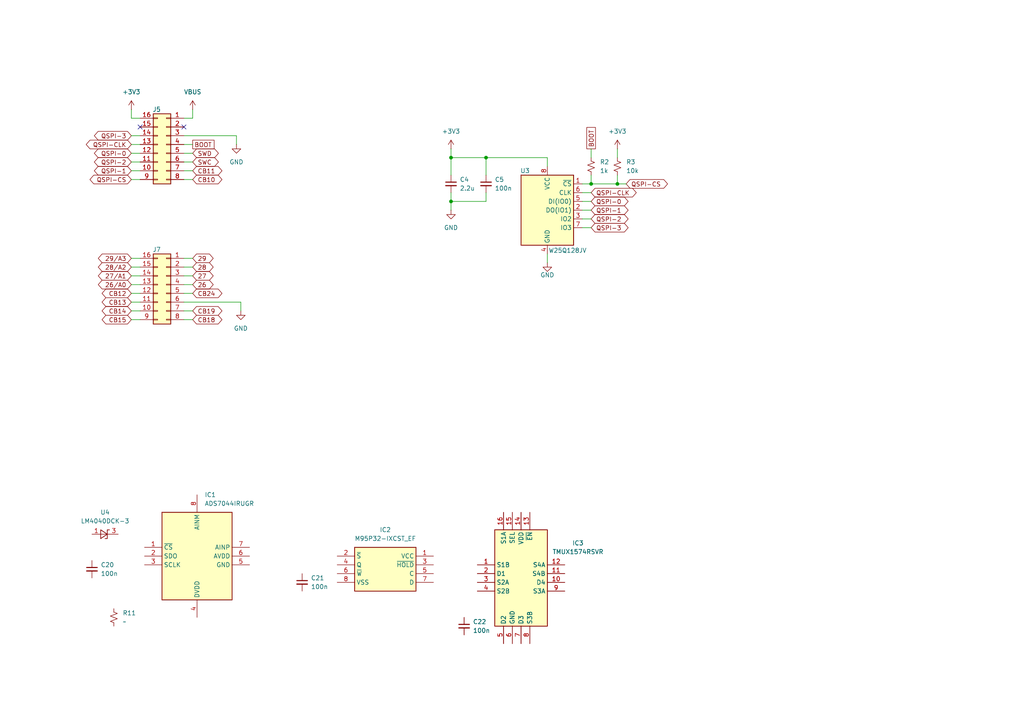
<source format=kicad_sch>
(kicad_sch (version 20231120) (generator "eeschema") (generator_version "8.0")
  (paper "A4")
  (lib_symbols
    (symbol "Connector_Generic:Conn_02x08_Counter_Clockwise" (pin_names (offset 1.016) hide)
      (property "Reference" "J" (at 1.27 10.16 0))
      (property "Value" "Conn_02x08_Counter_Clockwise" (at 1.27 -12.7 0))
      (symbol "Conn_02x08_Counter_Clockwise_1_1"
        (rectangle (start -1.27 -10.033) (end 0 -10.287) (stroke (width 0.1524)))
        (rectangle (start -1.27 -7.493) (end 0 -7.747) (stroke (width 0.1524)))
        (rectangle (start -1.27 -4.953) (end 0 -5.207) (stroke (width 0.1524)))
        (rectangle (start -1.27 -2.413) (end 0 -2.667) (stroke (width 0.1524)))
        (rectangle (start -1.27 0.127) (end 0 -0.127) (stroke (width 0.1524)))
        (rectangle (start -1.27 2.667) (end 0 2.413) (stroke (width 0.1524)))
        (rectangle (start -1.27 5.207) (end 0 4.953) (stroke (width 0.1524)))
        (rectangle (start -1.27 7.747) (end 0 7.493) (stroke (width 0.1524)))
        (rectangle (start -1.27 8.89) (end 3.81 -11.43) (stroke (width 0.254)) (fill (type background)))
        (rectangle (start 3.81 -10.033) (end 2.54 -10.287) (stroke (width 0.1524)))
        (rectangle (start 3.81 -7.493) (end 2.54 -7.747) (stroke (width 0.1524)))
        (rectangle (start 3.81 -4.953) (end 2.54 -5.207) (stroke (width 0.1524)))
        (rectangle (start 3.81 -2.413) (end 2.54 -2.667) (stroke (width 0.1524)))
        (rectangle (start 3.81 0.127) (end 2.54 -0.127) (stroke (width 0.1524)))
        (rectangle (start 3.81 2.667) (end 2.54 2.413) (stroke (width 0.1524)))
        (rectangle (start 3.81 5.207) (end 2.54 4.953) (stroke (width 0.1524)))
        (rectangle (start 3.81 7.747) (end 2.54 7.493) (stroke (width 0.1524)))
        (pin passive line (at -5.08 7.62 0) (length 3.81) (name "Pin_1") (number "1"))
        (pin passive line (at 7.62 -7.62 180) (length 3.81) (name "Pin_10") (number "10"))
        (pin passive line (at 7.62 -5.08 180) (length 3.81) (name "Pin_11") (number "11"))
        (pin passive line (at 7.62 -2.54 180) (length 3.81) (name "Pin_12") (number "12"))
        (pin passive line (at 7.62 0 180) (length 3.81) (name "Pin_13") (number "13"))
        (pin passive line (at 7.62 2.54 180) (length 3.81) (name "Pin_14") (number "14"))
        (pin passive line (at 7.62 5.08 180) (length 3.81) (name "Pin_15") (number "15"))
        (pin passive line (at 7.62 7.62 180) (length 3.81) (name "Pin_16") (number "16"))
        (pin passive line (at -5.08 5.08 0) (length 3.81) (name "Pin_2") (number "2"))
        (pin passive line (at -5.08 2.54 0) (length 3.81) (name "Pin_3") (number "3"))
        (pin passive line (at -5.08 0 0) (length 3.81) (name "Pin_4") (number "4"))
        (pin passive line (at -5.08 -2.54 0) (length 3.81) (name "Pin_5") (number "5"))
        (pin passive line (at -5.08 -5.08 0) (length 3.81) (name "Pin_6") (number "6"))
        (pin passive line (at -5.08 -7.62 0) (length 3.81) (name "Pin_7") (number "7"))
        (pin passive line (at -5.08 -10.16 0) (length 3.81) (name "Pin_8") (number "8"))
        (pin passive line (at 7.62 -10.16 180) (length 3.81) (name "Pin_9") (number "9"))
      )
    )
    (symbol "Device:C_Small" (pin_numbers hide) (pin_names (offset 0.254) hide)
      (property "Reference" "C" (at 0.254 1.778 0))
      (property "Value" "C_Small" (at 0.254 -2.032 0))
      (symbol "C_Small_0_1"
        (polyline (pts (xy -1.524 -0.508) (xy 1.524 -0.508)) (stroke (width 0.3302)))
        (polyline (pts (xy -1.524 0.508) (xy 1.524 0.508)) (stroke (width 0.3048)))
      )
      (symbol "C_Small_1_1"
        (pin passive line (at 0 2.54 270) (length 2.032) (name "~") (number "1"))
        (pin passive line (at 0 -2.54 90) (length 2.032) (name "~") (number "2"))
      )
    )
    (symbol "Device:R_Small_US" (pin_numbers hide) (pin_names (offset 0.254) hide)
      (property "Reference" "R" (at 0.762 0.508 0))
      (property "Value" "R_Small_US" (at 0.762 -1.016 0))
      (symbol "R_Small_US_1_1"
        (polyline (pts (xy 0 0) (xy 1.016 -0.381) (xy 0 -0.762) (xy -1.016 -1.143) (xy 0 -1.524)))
        (polyline (pts (xy 0 1.524) (xy 1.016 1.143) (xy 0 0.762) (xy -1.016 0.381) (xy 0 0)))
        (pin passive line (at 0 2.54 270) (length 1.016) (name "~") (number "1"))
        (pin passive line (at 0 -2.54 90) (length 1.016) (name "~") (number "2"))
      )
    )
    (symbol "Memory_Flash:W25Q128JVS"
      (property "Reference" "U" (at -8.89 8.89 0))
      (property "Value" "W25Q128JVS" (at 7.62 8.89 0))
      (symbol "W25Q128JVS_0_1"
        (rectangle (start -7.62 10.16) (end 7.62 -10.16) (stroke (width 0.254)) (fill (type background)))
      )
      (symbol "W25Q128JVS_1_1"
        (pin input line (at -10.16 7.62 0) (length 2.54) (name "~{CS}") (number "1"))
        (pin bidirectional line (at -10.16 0 0) (length 2.54) (name "DO(IO1)") (number "2"))
        (pin bidirectional line (at -10.16 -2.54 0) (length 2.54) (name "IO2") (number "3"))
        (pin power_in line (at 0 -12.7 90) (length 2.54) (name "GND") (number "4"))
        (pin bidirectional line (at -10.16 2.54 0) (length 2.54) (name "DI(IO0)") (number "5"))
        (pin input line (at -10.16 5.08 0) (length 2.54) (name "CLK") (number "6"))
        (pin bidirectional line (at -10.16 -5.08 0) (length 2.54) (name "IO3") (number "7"))
        (pin power_in line (at 0 12.7 270) (length 2.54) (name "VCC") (number "8"))
      )
    )
    (symbol "MicroPro:ADS7044IRUGR"
      (property "Reference" "IC" (at 26.67 15.24 0))
      (property "Value" "ADS7044IRUGR" (at 26.67 12.7 0))
      (symbol "ADS7044IRUGR_1_1"
        (rectangle (start 5.08 10.16) (end 25.4 -15.24) (stroke (width 0.254)) (fill (type background)))
        (pin input line (at 0 0 0) (length 5.08) (name "~{CS}") (number "1"))
        (pin passive line (at 0 -2.54 0) (length 5.08) (name "SDO") (number "2"))
        (pin input line (at 0 -5.08 0) (length 5.08) (name "SCLK") (number "3"))
        (pin power_in line (at 15.24 -20.32 90) (length 5.08) (name "DVDD") (number "4"))
        (pin power_in line (at 30.48 -5.08 180) (length 5.08) (name "GND") (number "5"))
        (pin power_in line (at 30.48 -2.54 180) (length 5.08) (name "AVDD") (number "6"))
        (pin input line (at 30.48 0 180) (length 5.08) (name "AINP") (number "7"))
        (pin input line (at 15.24 15.24 270) (length 5.08) (name "AINM") (number "8"))
      )
    )
    (symbol "MicroPro:M95P32-IXCST_EF"
      (property "Reference" "IC" (at 24.13 7.62 0))
      (property "Value" "M95P32-IXCST_EF" (at 24.13 5.08 0))
      (symbol "M95P32-IXCST_EF_1_1"
        (rectangle (start 5.08 2.54) (end 22.86 -10.16) (stroke (width 0.254)) (fill (type background)))
        (pin passive line (at 27.94 0 180) (length 5.08) (name "VCC") (number "1"))
        (pin passive line (at 0 0 0) (length 5.08) (name "~{S}") (number "2"))
        (pin passive line (at 27.94 -2.54 180) (length 5.08) (name "~{HOLD}") (number "3"))
        (pin passive line (at 0 -2.54 0) (length 5.08) (name "Q") (number "4"))
        (pin passive line (at 27.94 -5.08 180) (length 5.08) (name "C") (number "5"))
        (pin passive line (at 0 -5.08 0) (length 5.08) (name "~{W}") (number "6"))
        (pin passive line (at 27.94 -7.62 180) (length 5.08) (name "D") (number "7"))
        (pin passive line (at 0 -7.62 0) (length 5.08) (name "VSS") (number "8"))
      )
    )
    (symbol "MicroPro:TMUX1574RSVR"
      (property "Reference" "IC" (at 21.59 15.24 0))
      (property "Value" "TMUX1574RSVR" (at 21.59 12.7 0))
      (symbol "TMUX1574RSVR_1_1"
        (rectangle (start 5.08 10.16) (end 20.32 -17.78) (stroke (width 0.254)) (fill (type background)))
        (pin passive line (at 0 0 0) (length 5.08) (name "S1B") (number "1"))
        (pin passive line (at 25.4 -5.08 180) (length 5.08) (name "D4") (number "10"))
        (pin passive line (at 25.4 -2.54 180) (length 5.08) (name "S4B") (number "11"))
        (pin passive line (at 25.4 0 180) (length 5.08) (name "S4A") (number "12"))
        (pin passive line (at 15.24 15.24 270) (length 5.08) (name "~{EN}") (number "13"))
        (pin passive line (at 12.7 15.24 270) (length 5.08) (name "VDD") (number "14"))
        (pin passive line (at 10.16 15.24 270) (length 5.08) (name "SEL") (number "15"))
        (pin passive line (at 7.62 15.24 270) (length 5.08) (name "S1A") (number "16"))
        (pin passive line (at 0 -2.54 0) (length 5.08) (name "D1") (number "2"))
        (pin passive line (at 0 -5.08 0) (length 5.08) (name "S2A") (number "3"))
        (pin passive line (at 0 -7.62 0) (length 5.08) (name "S2B") (number "4"))
        (pin passive line (at 7.62 -22.86 90) (length 5.08) (name "D2") (number "5"))
        (pin passive line (at 10.16 -22.86 90) (length 5.08) (name "GND") (number "6"))
        (pin passive line (at 12.7 -22.86 90) (length 5.08) (name "D3") (number "7"))
        (pin passive line (at 15.24 -22.86 90) (length 5.08) (name "S3B") (number "8"))
        (pin passive line (at 25.4 -7.62 180) (length 5.08) (name "S3A") (number "9"))
      )
    )
    (symbol "Reference_Voltage:LM4040DCK-3" (pin_names (offset 0.0254) hide)
      (property "Reference" "U" (at 0 2.54 0))
      (property "Value" "LM4040DCK-3" (at 0 -3.175 0))
      (symbol "LM4040DCK-3_0_1"
        (polyline (pts (xy -1.27 0) (xy 0 0) (xy 1.27 0)))
        (polyline (pts (xy -1.27 -1.27) (xy 0.635 0) (xy -1.27 1.27) (xy -1.27 -1.27)) (stroke (width 0.2032)))
        (polyline (pts (xy 0 -1.27) (xy 0.635 -1.27) (xy 0.635 1.27) (xy 1.27 1.27)) (stroke (width 0.2032)))
      )
      (symbol "LM4040DCK-3_1_1"
        (pin passive line (at -3.81 0 0) (length 2.54) (name "A") (number "1"))
        (pin no_connect line (at -1.27 0 0) (length 2.54) hide (name "NC") (number "2"))
        (pin passive line (at 3.81 0 180) (length 2.54) (name "K") (number "3"))
        (pin no_connect line (at 0 0 0) (length 2.54) hide (name "NC") (number "4"))
        (pin no_connect line (at 1.27 0 0) (length 2.54) hide (name "NC") (number "5"))
      )
    )
    (symbol "power:+3V3" (power) (pin_numbers hide) (pin_names (offset 0) hide)
      (property "Value" "+3V3" (at 0 3.556 0))
      (symbol "+3V3_0_1"
        (polyline (pts (xy -0.762 1.27) (xy 0 2.54)))
        (polyline (pts (xy 0 0) (xy 0 2.54)))
        (polyline (pts (xy 0 2.54) (xy 0.762 1.27)))
      )
      (symbol "+3V3_1_1"
        (pin power_in line (at 0 0 90) (length 0) (name "~") (number "1"))
      )
    )
    (symbol "power:GND" (power) (pin_numbers hide) (pin_names (offset 0) hide)
      (property "Value" "GND" (at 0 -3.81 0))
      (symbol "GND_0_1"
        (polyline (pts (xy 0 0) (xy 0 -1.27) (xy 1.27 -1.27) (xy 0 -2.54) (xy -1.27 -1.27) (xy 0 -1.27)))
      )
      (symbol "GND_1_1"
        (pin power_in line (at 0 0 270) (length 0) (name "~") (number "1"))
      )
    )
    (symbol "power:VBUS" (power) (pin_numbers hide) (pin_names (offset 0) hide)
      (property "Value" "VBUS" (at 0 3.556 0))
      (symbol "VBUS_0_1"
        (polyline (pts (xy -0.762 1.27) (xy 0 2.54)))
        (polyline (pts (xy 0 0) (xy 0 2.54)))
        (polyline (pts (xy 0 2.54) (xy 0.762 1.27)))
      )
      (symbol "VBUS_1_1"
        (pin power_in line (at 0 0 90) (length 0) (name "~") (number "1"))
      )
    )
  )
  (junction (at 171.45 53.34))
  (junction (at 130.81 45.72))
  (junction (at 130.81 58.42))
  (junction (at 179.07 53.34))
  (junction (at 140.97 45.72))
  (no_connect (at 40.64 36.83))
  (no_connect (at 53.34 36.83))
  (wire (pts (xy 53.34 80.01) (xy 55.88 80.01)))
  (wire (pts (xy 130.81 58.42) (xy 130.81 60.96)))
  (wire (pts (xy 168.91 66.04) (xy 171.45 66.04)))
  (wire (pts (xy 53.34 52.07) (xy 55.88 52.07)))
  (wire (pts (xy 171.45 50.8) (xy 171.45 53.34)))
  (wire (pts (xy 38.1 31.75) (xy 38.1 34.29)))
  (wire (pts (xy 53.34 87.63) (xy 69.85 87.63)))
  (wire (pts (xy 158.75 45.72) (xy 158.75 48.26)))
  (wire (pts (xy 130.81 55.88) (xy 130.81 58.42)))
  (wire (pts (xy 38.1 85.09) (xy 40.64 85.09)))
  (wire (pts (xy 38.1 87.63) (xy 40.64 87.63)))
  (wire (pts (xy 171.45 43.18) (xy 171.45 45.72)))
  (wire (pts (xy 53.34 49.53) (xy 55.88 49.53)))
  (wire (pts (xy 38.1 80.01) (xy 40.64 80.01)))
  (wire (pts (xy 38.1 92.71) (xy 40.64 92.71)))
  (wire (pts (xy 53.34 77.47) (xy 55.88 77.47)))
  (wire (pts (xy 53.34 92.71) (xy 55.88 92.71)))
  (wire (pts (xy 140.97 58.42) (xy 140.97 55.88)))
  (wire (pts (xy 69.85 87.63) (xy 69.85 90.17)))
  (wire (pts (xy 168.91 60.96) (xy 171.45 60.96)))
  (wire (pts (xy 168.91 55.88) (xy 171.45 55.88)))
  (wire (pts (xy 55.88 34.29) (xy 53.34 34.29)))
  (wire (pts (xy 53.34 90.17) (xy 55.88 90.17)))
  (wire (pts (xy 38.1 52.07) (xy 40.64 52.07)))
  (wire (pts (xy 38.1 46.99) (xy 40.64 46.99)))
  (wire (pts (xy 53.34 39.37) (xy 68.58 39.37)))
  (wire (pts (xy 38.1 49.53) (xy 40.64 49.53)))
  (wire (pts (xy 53.34 44.45) (xy 55.88 44.45)))
  (wire (pts (xy 55.88 31.75) (xy 55.88 34.29)))
  (wire (pts (xy 171.45 53.34) (xy 179.07 53.34)))
  (wire (pts (xy 38.1 39.37) (xy 40.64 39.37)))
  (wire (pts (xy 53.34 46.99) (xy 55.88 46.99)))
  (wire (pts (xy 38.1 82.55) (xy 40.64 82.55)))
  (wire (pts (xy 130.81 45.72) (xy 130.81 50.8)))
  (wire (pts (xy 68.58 39.37) (xy 68.58 41.91)))
  (wire (pts (xy 130.81 43.18) (xy 130.81 45.72)))
  (wire (pts (xy 130.81 58.42) (xy 140.97 58.42)))
  (wire (pts (xy 38.1 41.91) (xy 40.64 41.91)))
  (wire (pts (xy 158.75 73.66) (xy 158.75 76.2)))
  (wire (pts (xy 53.34 41.91) (xy 55.88 41.91)))
  (wire (pts (xy 38.1 90.17) (xy 40.64 90.17)))
  (wire (pts (xy 53.34 82.55) (xy 55.88 82.55)))
  (wire (pts (xy 53.34 74.93) (xy 55.88 74.93)))
  (wire (pts (xy 168.91 53.34) (xy 171.45 53.34)))
  (wire (pts (xy 140.97 45.72) (xy 158.75 45.72)))
  (wire (pts (xy 38.1 34.29) (xy 40.64 34.29)))
  (wire (pts (xy 53.34 85.09) (xy 55.88 85.09)))
  (wire (pts (xy 130.81 45.72) (xy 140.97 45.72)))
  (wire (pts (xy 38.1 74.93) (xy 40.64 74.93)))
  (wire (pts (xy 38.1 44.45) (xy 40.64 44.45)))
  (wire (pts (xy 168.91 63.5) (xy 171.45 63.5)))
  (wire (pts (xy 179.07 53.34) (xy 181.61 53.34)))
  (wire (pts (xy 140.97 45.72) (xy 140.97 50.8)))
  (wire (pts (xy 179.07 43.18) (xy 179.07 45.72)))
  (wire (pts (xy 38.1 77.47) (xy 40.64 77.47)))
  (wire (pts (xy 179.07 50.8) (xy 179.07 53.34)))
  (wire (pts (xy 168.91 58.42) (xy 171.45 58.42)))
  (global_label "SWC" (shape bidirectional) (at 55.88 46.99 0) (property "Intersheetrefs" "${INTERSHEET_REFS}" (effects (hide yes))))
  (global_label "QSPI-2" (shape bidirectional) (at 171.45 63.5 0) (property "Intersheetrefs" "${INTERSHEET_REFS}" (effects (hide yes))))
  (global_label "SWD" (shape bidirectional) (at 55.88 44.45 0) (property "Intersheetrefs" "${INTERSHEET_REFS}" (effects (hide yes))))
  (global_label "26{slash}A0" (shape bidirectional) (at 38.1 82.55 180) (property "Intersheetrefs" "${INTERSHEET_REFS}" (effects (hide yes))))
  (global_label "QSPI-CS" (shape bidirectional) (at 38.1 52.07 180) (property "Intersheetrefs" "${INTERSHEET_REFS}" (effects (hide yes))))
  (global_label "27{slash}A1" (shape bidirectional) (at 38.1 80.01 180) (property "Intersheetrefs" "${INTERSHEET_REFS}" (effects (hide yes))))
  (global_label "26" (shape bidirectional) (at 55.88 82.55 0) (property "Intersheetrefs" "${INTERSHEET_REFS}" (effects (hide yes))))
  (global_label "CB12" (shape bidirectional) (at 38.1 85.09 180) (property "Intersheetrefs" "${INTERSHEET_REFS}" (effects (hide yes))))
  (global_label "CB14" (shape bidirectional) (at 38.1 90.17 180) (property "Intersheetrefs" "${INTERSHEET_REFS}" (effects (hide yes))))
  (global_label "QSPI-CLK" (shape bidirectional) (at 38.1 41.91 180) (property "Intersheetrefs" "${INTERSHEET_REFS}" (effects (hide yes))))
  (global_label "29{slash}A3" (shape bidirectional) (at 38.1 74.93 180) (property "Intersheetrefs" "${INTERSHEET_REFS}" (effects (hide yes))))
  (global_label "QSPI-CLK" (shape bidirectional) (at 171.45 55.88 0) (property "Intersheetrefs" "${INTERSHEET_REFS}" (effects (hide yes))))
  (global_label "QSPI-3" (shape bidirectional) (at 38.1 39.37 180) (property "Intersheetrefs" "${INTERSHEET_REFS}" (effects (hide yes))))
  (global_label "CB24" (shape bidirectional) (at 55.88 85.09 0) (property "Intersheetrefs" "${INTERSHEET_REFS}" (effects (hide yes))))
  (global_label "QSPI-1" (shape bidirectional) (at 38.1 49.53 180) (property "Intersheetrefs" "${INTERSHEET_REFS}" (effects (hide yes))))
  (global_label "CB10" (shape bidirectional) (at 55.88 52.07 0) (property "Intersheetrefs" "${INTERSHEET_REFS}" (effects (hide yes))))
  (global_label "BOOT" (shape passive) (at 55.88 41.91 0) (property "Intersheetrefs" "${INTERSHEET_REFS}" (effects (hide yes))))
  (global_label "CB19" (shape bidirectional) (at 55.88 90.17 0) (property "Intersheetrefs" "${INTERSHEET_REFS}" (effects (hide yes))))
  (global_label "BOOT" (shape passive) (at 171.45 43.18 90) (property "Intersheetrefs" "${INTERSHEET_REFS}" (effects (hide yes))))
  (global_label "QSPI-2" (shape bidirectional) (at 38.1 46.99 180) (property "Intersheetrefs" "${INTERSHEET_REFS}" (effects (hide yes))))
  (global_label "29" (shape bidirectional) (at 55.88 74.93 0) (property "Intersheetrefs" "${INTERSHEET_REFS}" (effects (hide yes))))
  (global_label "QSPI-CS" (shape bidirectional) (at 181.61 53.34 0) (property "Intersheetrefs" "${INTERSHEET_REFS}" (effects (hide yes))))
  (global_label "QSPI-0" (shape bidirectional) (at 38.1 44.45 180) (property "Intersheetrefs" "${INTERSHEET_REFS}" (effects (hide yes))))
  (global_label "28{slash}A2" (shape bidirectional) (at 38.1 77.47 180) (property "Intersheetrefs" "${INTERSHEET_REFS}" (effects (hide yes))))
  (global_label "28" (shape bidirectional) (at 55.88 77.47 0) (property "Intersheetrefs" "${INTERSHEET_REFS}" (effects (hide yes))))
  (global_label "CB13" (shape bidirectional) (at 38.1 87.63 180) (property "Intersheetrefs" "${INTERSHEET_REFS}" (effects (hide yes))))
  (global_label "QSPI-1" (shape bidirectional) (at 171.45 60.96 0) (property "Intersheetrefs" "${INTERSHEET_REFS}" (effects (hide yes))))
  (global_label "CB11" (shape bidirectional) (at 55.88 49.53 0) (property "Intersheetrefs" "${INTERSHEET_REFS}" (effects (hide yes))))
  (global_label "CB18" (shape bidirectional) (at 55.88 92.71 0) (property "Intersheetrefs" "${INTERSHEET_REFS}" (effects (hide yes))))
  (global_label "CB15" (shape bidirectional) (at 38.1 92.71 180) (property "Intersheetrefs" "${INTERSHEET_REFS}" (effects (hide yes))))
  (global_label "27" (shape bidirectional) (at 55.88 80.01 0) (property "Intersheetrefs" "${INTERSHEET_REFS}" (effects (hide yes))))
  (global_label "QSPI-0" (shape bidirectional) (at 171.45 58.42 0) (property "Intersheetrefs" "${INTERSHEET_REFS}" (effects (hide yes))))
  (global_label "QSPI-3" (shape bidirectional) (at 171.45 66.04 0) (property "Intersheetrefs" "${INTERSHEET_REFS}" (effects (hide yes))))
  (symbol (lib_id "MicroPro:ADS7044IRUGR") (at 41.91 158.75 0) (unit 1)
    (property "Reference" "IC1" (at 59.3441 143.51 0) (effects (justify left)))
    (property "Value" "ADS7044IRUGR" (at 59.3441 146.05 0) (effects (justify left)))
    (property "Footprint" "MicroPro:ADS7056IRUGR" (effects (hide yes)))
    (property "Datasheet" "http://www.ti.com/lit/ds/symlink/ads7044.pdf" (effects (hide yes)))
    (property "Description" "Ultra-Low-Power Ultra-Small-Size SAR ADC | 12 Bit | 1MSPS | Fully Differential" (effects (hide yes)))
    (property "Height" "0" (effects (hide yes)))
    (property "Mouser Part Number" "595-ADS7044IRUGR" (effects (hide yes)))
    (property "Mouser Price/Stock" "https://www.mouser.co.uk/ProductDetail/Texas-Instruments/ADS7044IRUGR?qs=pqSajtDZXRW2fmvKMvLQzw%3D%3D" (effects (hide yes)))
    (property "Manufacturer_Name" "Texas Instruments" (effects (hide yes)))
    (property "Manufacturer_Part_Number" "ADS7044IRUGR" (effects (hide yes)))
  )
  (symbol (lib_id "Device:C_Small") (at 140.97 53.34 0) (unit 1)
    (property "Reference" "C5" (at 143.51 52.0762 0) (effects (justify left)))
    (property "Value" "100n" (at 143.51 54.6162 0) (effects (justify left)))
    (property "Footprint" "Capacitor_SMD:C_0402_1005Metric" (effects (hide yes)))
    (property "Description" "Unpolarized capacitor, small symbol" (effects (hide yes)))
  )
  (symbol (lib_id "power:GND") (at 130.81 60.96 0) (unit 1)
    (property "Reference" "#PWR06" (effects (hide yes)))
    (property "Value" "GND" (at 130.81 66.04 0))
    (property "Description" "Power symbol creates a global label with name \"GND\" , ground" (effects (hide yes)))
  )
  (symbol (lib_id "Device:C_Small") (at 130.81 53.34 0) (unit 1)
    (property "Reference" "C4" (at 133.35 52.0762 0) (effects (justify left)))
    (property "Value" "2.2u" (at 133.35 54.6162 0) (effects (justify left)))
    (property "Footprint" "Capacitor_SMD:C_0402_1005Metric" (effects (hide yes)))
    (property "Description" "Unpolarized capacitor, small symbol" (effects (hide yes)))
  )
  (symbol (lib_id "power:+3V3") (at 130.81 43.18 0) (unit 1)
    (property "Reference" "#PWR02" (effects (hide yes)))
    (property "Value" "+3V3" (at 130.81 38.1 0))
    (property "Description" "Power symbol creates a global label with name \"+3V3\"" (effects (hide yes)))
  )
  (symbol (lib_id "Memory_Flash:W25Q128JVS") (at 158.75 60.96 0) (mirror y) (unit 1)
    (property "Reference" "U3" (at 153.67 49.53 0) (effects (justify left)))
    (property "Value" "W25Q128JV" (at 170.18 72.644 0) (effects (justify left)))
    (property "Footprint" "Package_SON:WSON-8-1EP_6x5mm_P1.27mm_EP3.4x4.3mm" (effects (hide yes)))
    (property "Datasheet" "http://www.winbond.com/resource-files/w25q128jv_dtr%20revc%2003272018%20plus.pdf" (effects (hide yes)))
    (property "Description" "128Mb Serial Flash Memory, Standard/Dual/Quad SPI, SOIC-8" (effects (hide yes)))
  )
  (symbol (lib_id "Reference_Voltage:LM4040DCK-3") (at 30.48 154.94 0) (unit 1)
    (property "Reference" "U4" (at 30.48 148.59 0))
    (property "Value" "LM4040DCK-3" (at 30.48 151.13 0))
    (property "Footprint" "Package_TO_SOT_SMD:SOT-353_SC-70-5" (effects (hide yes)))
    (property "Datasheet" "http://www.ti.com/lit/ds/symlink/lm4040-n.pdf" (effects (hide yes)))
    (property "Description" "3.000V Precision Micropower Shunt Voltage Reference, SC-70" (effects (hide yes)))
  )
  (symbol (lib_id "MicroPro:TMUX1574RSVR") (at 138.43 163.83 0) (unit 1)
    (property "Reference" "IC3" (at 167.64 157.5114 0))
    (property "Value" "TMUX1574RSVR" (at 167.64 160.0514 0))
    (property "Footprint" "MicroPro:TMUX1574RSVR" (effects (hide yes)))
    (property "Datasheet" "http://www.ti.com/lit/ds/symlink/tmux1574.pdf" (effects (hide yes)))
    (property "Description" "Low-capacitance, 2:1 (SPDT) 4-channel, powered-off protection switch with 1.8-V logic" (effects (hide yes)))
    (property "Height" "0.55" (effects (hide yes)))
    (property "Mouser Part Number" "595-TMUX1574RSVR" (effects (hide yes)))
    (property "Mouser Price/Stock" "https://www.mouser.co.uk/ProductDetail/Texas-Instruments/TMUX1574RSVR?qs=byeeYqUIh0PCpchob7ea1A%3D%3D" (effects (hide yes)))
    (property "Manufacturer_Name" "Texas Instruments" (effects (hide yes)))
    (property "Manufacturer_Part_Number" "TMUX1574RSVR" (effects (hide yes)))
  )
  (symbol (lib_id "Connector_Generic:Conn_02x08_Counter_Clockwise") (at 48.26 82.55 0) (mirror y) (unit 1)
    (property "Reference" "J7" (at 45.466 72.39 0))
    (property "Value" "Conn_02x08_Counter_Clockwise" (effects (hide yes)))
    (property "Footprint" "Connector_Molex:Molex_SlimStack_55560-0161_2x08_P0.50mm_Vertical" (effects (hide yes)))
    (property "Description" "Generic connector, double row, 02x08, counter clockwise pin numbering scheme (similar to DIP package numbering), script generated (kicad-library-utils/schlib/autogen/connector/)" (effects (hide yes)))
  )
  (symbol (lib_id "power:GND") (at 158.75 76.2 0) (unit 1)
    (property "Reference" "#PWR014" (effects (hide yes)))
    (property "Value" "GND" (at 158.75 79.756 0))
    (property "Description" "Power symbol creates a global label with name \"GND\" , ground" (effects (hide yes)))
  )
  (symbol (lib_id "Connector_Generic:Conn_02x08_Counter_Clockwise") (at 48.26 41.91 0) (mirror y) (unit 1)
    (property "Reference" "J5" (at 45.466 31.75 0))
    (property "Value" "Conn_02x08_Counter_Clockwise" (effects (hide yes)))
    (property "Footprint" "Connector_Molex:Molex_SlimStack_55560-0161_2x08_P0.50mm_Vertical" (effects (hide yes)))
    (property "Description" "Generic connector, double row, 02x08, counter clockwise pin numbering scheme (similar to DIP package numbering), script generated (kicad-library-utils/schlib/autogen/connector/)" (effects (hide yes)))
  )
  (symbol (lib_id "power:VBUS") (at 55.88 31.75 0) (unit 1)
    (property "Reference" "#PWR063" (effects (hide yes)))
    (property "Value" "VBUS" (at 55.88 26.67 0))
    (property "Description" "Power symbol creates a global label with name \"VBUS\"" (effects (hide yes)))
  )
  (symbol (lib_id "power:GND") (at 69.85 90.17 0) (mirror y) (unit 1)
    (property "Reference" "#PWR065" (effects (hide yes)))
    (property "Value" "GND" (at 69.85 95.25 0))
    (property "Description" "Power symbol creates a global label with name \"GND\" , ground" (effects (hide yes)))
  )
  (symbol (lib_id "Device:R_Small_US") (at 179.07 48.26 0) (unit 1)
    (property "Reference" "R3" (at 181.61 46.9899 0) (effects (justify left)))
    (property "Value" "10k" (at 181.61 49.5299 0) (effects (justify left)))
    (property "Footprint" "Resistor_SMD:R_0603_1608Metric" (effects (hide yes)))
    (property "Description" "Resistor, small US symbol" (effects (hide yes)))
  )
  (symbol (lib_id "Device:C_Small") (at 134.62 181.61 0) (unit 1)
    (property "Reference" "C22" (at 137.16 180.3462 0) (effects (justify left)))
    (property "Value" "100n" (at 137.16 182.8862 0) (effects (justify left)))
    (property "Footprint" "Capacitor_SMD:C_0402_1005Metric" (effects (hide yes)))
    (property "Description" "Unpolarized capacitor, small symbol" (effects (hide yes)))
  )
  (symbol (lib_id "power:+3V3") (at 38.1 31.75 0) (unit 1)
    (property "Reference" "#PWR056" (effects (hide yes)))
    (property "Value" "+3V3" (at 38.1 26.67 0))
    (property "Description" "Power symbol creates a global label with name \"+3V3\"" (effects (hide yes)))
  )
  (symbol (lib_id "Device:C_Small") (at 87.63 168.91 0) (unit 1)
    (property "Reference" "C21" (at 90.17 167.6462 0) (effects (justify left)))
    (property "Value" "100n" (at 90.17 170.1862 0) (effects (justify left)))
    (property "Footprint" "Capacitor_SMD:C_0402_1005Metric" (effects (hide yes)))
    (property "Description" "Unpolarized capacitor, small symbol" (effects (hide yes)))
  )
  (symbol (lib_id "power:GND") (at 68.58 41.91 0) (unit 1)
    (property "Reference" "#PWR057" (effects (hide yes)))
    (property "Value" "GND" (at 68.58 46.99 0))
    (property "Description" "Power symbol creates a global label with name \"GND\" , ground" (effects (hide yes)))
  )
  (symbol (lib_id "Device:R_Small_US") (at 33.02 179.07 0) (unit 1)
    (property "Reference" "R11" (at 35.56 177.7999 0) (effects (justify left)))
    (property "Value" "~" (at 35.56 180.3399 0) (effects (justify left)))
    (property "Footprint" "Resistor_SMD:R_0603_1608Metric" (effects (hide yes)))
    (property "Description" "Resistor, small US symbol" (effects (hide yes)))
  )
  (symbol (lib_id "Device:C_Small") (at 26.67 165.1 0) (unit 1)
    (property "Reference" "C20" (at 29.21 163.8362 0) (effects (justify left)))
    (property "Value" "100n" (at 29.21 166.3762 0) (effects (justify left)))
    (property "Footprint" "Capacitor_SMD:C_0402_1005Metric" (effects (hide yes)))
    (property "Description" "Unpolarized capacitor, small symbol" (effects (hide yes)))
  )
  (symbol (lib_id "MicroPro:M95P32-IXCST_EF") (at 97.79 161.29 0) (unit 1)
    (property "Reference" "IC2" (at 111.76 153.67 0))
    (property "Value" "M95P32-IXCST_EF" (at 111.76 156.21 0))
    (property "Footprint" "MicroPro:M95P32IXCSTEF" (effects (hide yes)))
    (property "Datasheet" "https://www.st.com/resource/en/datasheet/m95p32-i.pdf" (effects (hide yes)))
    (property "Description" "Ultra low-power 32 Mbit Serial SPI Page EEPROM" (effects (hide yes)))
    (property "Height" "0.58" (effects (hide yes)))
    (property "Mouser Part Number" "511-M95P32-IXCST/EF" (effects (hide yes)))
    (property "Mouser Price/Stock" "https://www.mouser.co.uk/ProductDetail/STMicroelectronics/M95P32-IXCST-EF?qs=rQFj71Wb1eVk689cPUP7pg%3D%3D" (effects (hide yes)))
    (property "Manufacturer_Name" "STMicroelectronics" (effects (hide yes)))
    (property "Manufacturer_Part_Number" "M95P32-IXCST/EF" (effects (hide yes)))
  )
  (symbol (lib_id "Device:R_Small_US") (at 171.45 48.26 0) (unit 1)
    (property "Reference" "R2" (at 173.99 46.9899 0) (effects (justify left)))
    (property "Value" "1k" (at 173.99 49.5299 0) (effects (justify left)))
    (property "Footprint" "Resistor_SMD:R_0603_1608Metric" (effects (hide yes)))
    (property "Description" "Resistor, small US symbol" (effects (hide yes)))
  )
  (symbol (lib_id "power:+3V3") (at 179.07 43.18 0) (unit 1)
    (property "Reference" "#PWR017" (effects (hide yes)))
    (property "Value" "+3V3" (at 179.07 38.1 0))
    (property "Description" "Power symbol creates a global label with name \"+3V3\"" (effects (hide yes)))
  )
)
</source>
